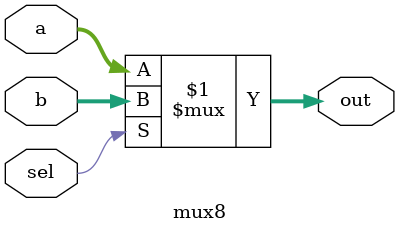
<source format=sv>
module mux8(input [0:0] sel, input [15:0] a, input [15:0] b, output [15:0] out);
  assign out = sel[0] ? b : a;
endmodule

</source>
